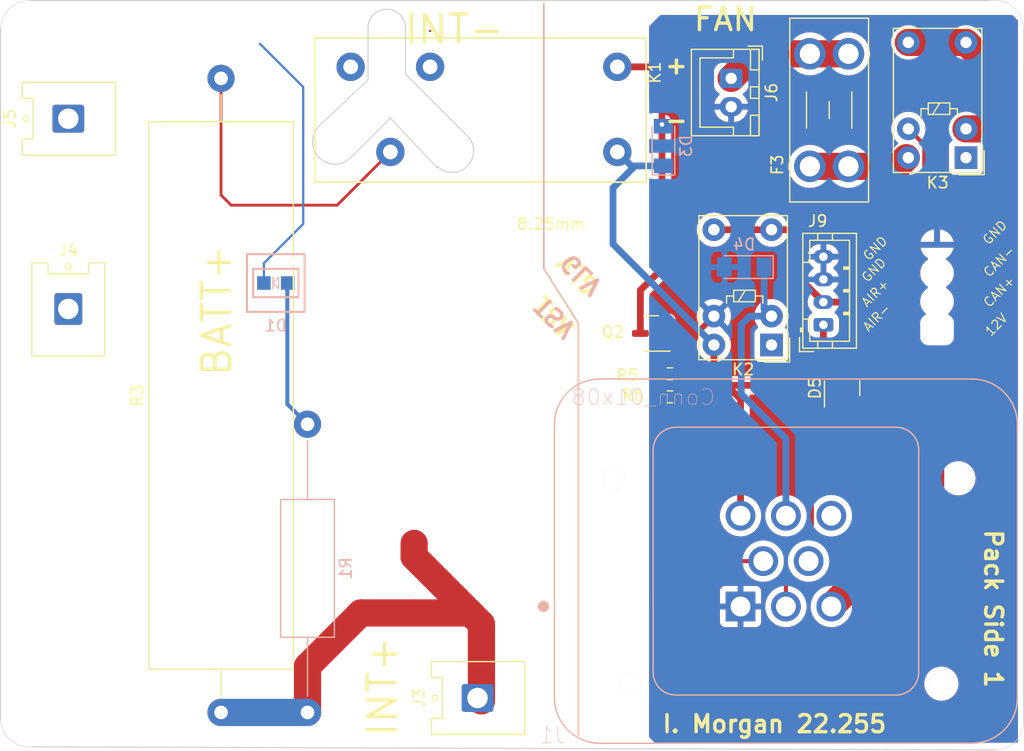
<source format=kicad_pcb>
(kicad_pcb (version 20211014) (generator pcbnew)
  (layers (0 "F.Cu" signal) (31 "B.Cu" signal) (34 "B.Paste" user) (35 "F.Paste" user) (36 "B.SilkS" user "B.Silkscreen") (37 "F.SilkS" user "F.Silkscreen") (38 "B.Mask" user) (39 "F.Mask" user) (44 "Edge.Cuts" user))
  (net 0 "")
  (net 1 "/INT-")
  (net 2 "Net-(D1-Pad2)")
  (net 3 "Net-(D3-Pad2)")
  (net 4 "/MAIN_CONT")
  (net 5 "GND")
  (net 6 "/AIR_B+")
  (net 7 "unconnected-(J1-Pad8)")
  (net 9 "/B+")
  (net 10 "+12V")
  (net 11 "/PRECHARGE")
  (net 12 "/AIR_B-")
  (net 13 "/INT+")
  (net 14 "Net-(K1-Pad5)")
  (net 16 "Net-(Q2-Pad1)")
  (net 17 "Net-(F3-Pad2)")
  (net 18 "/FAN_OUT")
  (net 19 "/BMS_FAN")
  (footprint "Connector_JST:JST_PH_B4B-PH-K_1x04_P2.00mm_Vertical" (layer "F.Cu") (at 186.182 78.105 90)
    (fp_text reference "J9" (at 9.144 -0.508) (layer "F.SilkS"))
    (fp_text value "JST PH")
    (fp_line (start -2.36 -2.11) (end -2.36 -0.86) (layer "F.SilkS") (width 0.12))
    (fp_line (start 8.06 0.8) (end 7.45 0.8) (layer "F.SilkS") (width 0.12))
    (fp_line (start 0.5 -1.81) (end 0.5 -1.2) (layer "F.SilkS") (width 0.12))
    (fp_line (start 2.9 2.3) (end 2.9 1.8) (layer "F.SilkS") (width 0.12))
    (fp_line (start -0.3 -1.81) (end -0.3 -2.01) (layer "F.SilkS") (width 0.12))
    (fp_line (start 0.9 2.3) (end 0.9 1.8) (layer "F.SilkS") (width 0.12))
    (fp_line (start 8.06 -0.5) (end 7.45 -0.5) (layer "F.SilkS") (width 0.12))
    (fp_line (start -2.06 -0.5) (end -1.45 -0.5) (layer "F.SilkS") (width 0.12))
    (fp_line (start -0.3 -1.91) (end -0.6 -1.91) (layer "F.SilkS") (width 0.12))
    (fp_line (start 5 2.3) (end 5 1.8) (layer "F.SilkS") (width 0.12))
    (fp_line (start -0.3 -2.01) (end -0.6 -2.01) (layer "F.SilkS") (width 0.12))
    (fp_line (start -2.06 -1.81) (end -2.06 2.91) (layer "F.SilkS") (width 0.12))
    (fp_line (start 1 2.3) (end 1 1.8) (layer "F.SilkS") (width 0.12))
    (fp_line (start 3 2.3) (end 3 1.8) (layer "F.SilkS") (width 0.12))
    (fp_line (start -1.45 2.3) (end 7.45 2.3) (layer "F.SilkS") (width 0.12))
    (fp_line (start -0.6 -2.01) (end -0.6 -1.81) (layer "F.SilkS") (width 0.12))
    (fp_line (start 4.9 1.8) (end 5.1 1.8) (layer "F.SilkS") (width 0.12))
    (fp_line (start 7.45 -1.2) (end 5.5 -1.2) (layer "F.SilkS") (width 0.12))
    (fp_line (start 7.45 2.3) (end 7.45 -1.2) (layer "F.SilkS") (width 0.12))
    (fp_line (start 8.06 -1.81) (end -2.06 -1.81) (layer "F.SilkS") (width 0.12))
    (fp_line (start -1.45 -1.2) (end -1.45 2.3) (layer "F.SilkS") (width 0.12))
    (fp_line (start -2.06 2.91) (end 8.06 2.91) (layer "F.SilkS") (width 0.12))
    (fp_line (start 3.1 1.8) (end 3.1 2.3) (layer "F.SilkS") (width 0.12))
    (fp_line (start -2.06 0.8) (end -1.45 0.8) (layer "F.SilkS") (width 0.12))
    (fp_line (start 8.06 2.91) (end 8.06 -1.81) (layer "F.SilkS") (width 0.12))
    (fp_line (start 5.5 -1.2) (end 5.5 -1.81) (layer "F.SilkS") (width 0.12))
    (fp_line (start 4.9 2.3) (end 4.9 1.8) (layer "F.SilkS") (width 0.12))
    (fp_line (start 5.1 1.8) (end 5.1 2.3) (layer "F.SilkS") (width 0.12))
    (fp_line (start 0.9 1.8) (end 1.1 1.8) (layer "F.SilkS") (width 0.12))
    (fp_line (start 0.5 -1.2) (end -1.45 -1.2) (layer "F.SilkS") (width 0.12))
    (fp_line (start -1.11 -2.11) (end -2.36 -2.11) (layer "F.SilkS") (width 0.12))
    (fp_line (start 2.9 1.8) (end 3.1 1.8) (layer "F.SilkS") (width 0.12))
    (fp_line (start 1.1 1.8) (end 1.1 2.3) (layer "F.SilkS") (width 0.12))
    (pad "1" thru_hole roundrect locked (at 0 0 90) (size 1.2 1.75) (drill 0.75) (layers *.Cu *.Mask) (roundrect_rratio 0.2083333333) (net 12 "/AIR_B-"))
    (pad "2" thru_hole oval locked (at 2 0 90) (size 1.2 1.75) (drill 0.75) (layers *.Cu *.Mask) (net 6 "/AIR_B+"))
    (pad "3" thru_hole oval locked (at 4 0 90) (size 1.2 1.75) (drill 0.75) (layers *.Cu *.Mask) (net 5 "GND"))
    (pad "4" thru_hole oval locked (at 6 0 90) (size 1.2 1.75) (drill 0.75) (layers *.Cu *.Mask) (net 5 "GND"))
  )
  (footprint "Relay_THT:Relay_SPDT_Omron_G5V-1" (layer "F.Cu") (at 198.7495 63.3775 180)
    (fp_text reference "K3" (at 2.5 -2.2) (layer "F.SilkS"))
    (fp_text value "G5V-1")
    (fp_line (start 3.327 3.81) (end 1.422 3.81) (layer "F.SilkS") (width 0.12))
    (fp_line (start 0.762 3.683) (end 0.762 4.318) (layer "F.SilkS") (width 0.12))
    (fp_line (start 6.4 11.4) (end -1.4 11.4) (layer "F.SilkS") (width 0.12))
    (fp_line (start 1.422 4.826) (end 3.327 4.826) (layer "F.SilkS") (width 0.12))
    (fp_line (start -1.4 -1.3) (end 6.4 -1.3) (layer "F.SilkS") (width 0.12))
    (fp_line (start 3.962 4.318) (end 3.327 4.318) (layer "F.SilkS") (width 0.12))
    (fp_line (start 1.422 3.81) (end 1.422 4.826) (layer "F.SilkS") (width 0.12))
    (fp_line (start 2.946 3.81) (end 2.311 4.826) (layer "F.SilkS") (width 0.12))
    (fp_line (start -1.6 0.6) (end -1.6 -1.5) (layer "F.SilkS") (width 0.12))
    (fp_line (start 3.962 3.683) (end 3.962 4.318) (layer "F.SilkS") (width 0.12))
    (fp_line (start 6.4 -1.3) (end 6.4 11.4) (layer "F.SilkS") (width 0.12))
    (fp_line (start 0.762 4.318) (end 1.422 4.318) (layer "F.SilkS") (width 0.12))
    (fp_line (start -1.4 11.4) (end -1.4 -1.3) (layer "F.SilkS") (width 0.12))
    (fp_line (start 3.327 3.81) (end 3.327 4.826) (layer "F.SilkS") (width 0.12))
    (fp_line (start -1.6 -1.5) (end 0.6 -1.5) (layer "F.SilkS") (width 0.12))
    (pad "1" thru_hole rect locked (at 0 0 180) (size 2 2) (drill 1) (layers *.Cu *.Mask))
    (pad "2" thru_hole circle locked (at 0 2.54 180) (size 2 2) (drill 1) (layers *.Cu *.Mask) (net 10 "+12V"))
    (pad "5" thru_hole circle locked (at 0 10.16 180) (size 2 2) (drill 1) (layers *.Cu *.Mask) (net 10 "+12V"))
    (pad "6" thru_hole circle locked (at 5.08 10.16 180) (size 2 2) (drill 1) (layers *.Cu *.Mask) (net 10 "+12V"))
    (pad "9" thru_hole circle locked (at 5.08 2.54 180) (size 2 2) (drill 1) (layers *.Cu *.Mask) (net 19 "/BMS_FAN"))
    (pad "10" thru_hole circle locked (at 5.08 0 180) (size 2 2) (drill 1) (layers *.Cu *.Mask) (net 18 "/FAN_OUT"))
  )
  (footprint "AERO_Footprints:G2RL" (layer "F.Cu") (at 155.321 59.182 180)
    (fp_text reference "K1" (at -16.002 3.302 90) (layer "F.SilkS"))
    (fp_text value "G2RL")
    (fp_line (start -15.24 -6.35) (end 13.97 -6.35) (layer "F.SilkS") (width 0.15))
    (fp_line (start 13.97 -6.35) (end 13.97 6.35) (layer "F.SilkS") (width 0.15))
    (fp_line (start -15.24 6.35) (end -15.24 -6.35) (layer "F.SilkS") (width 0.15))
    (fp_line (start 13.97 6.35) (end -15.24 6.35) (layer "F.SilkS") (width 0.15))
    (pad "1" thru_hole circle locked (at 3.8 3.81 180) (size 2.5 2.5) (drill 1.3) (layers *.Cu *.Mask) (net 1 "/INT-"))
    (pad "2" thru_hole circle locked (at -12.7 -3.69 180) (size 2.5 2.5) (drill 1.3) (layers *.Cu *.Mask) (net 12 "/AIR_B-"))
    (pad "5" thru_hole circle locked (at 7.3 -3.69 180) (size 2.5 2.5) (drill 1.3) (layers *.Cu *.Mask) (net 14 "Net-(K1-Pad5)"))
    (pad "9" thru_hole circle locked (at -12.7 3.81 180) (size 2.5 2.5) (drill 1.3) (layers *.Cu *.Mask) (net 3 "Net-(D3-Pad2)"))
    (pad "10" thru_hole circle locked (at 10.8 3.81 180) (size 2.5 2.5) (drill 1.3) (layers *.Cu *.Mask) (net 9 "/B+"))
  )
  (footprint "AERO_Footprints:Fuseholder_Blade_Mini_Keystone_3568" (layer "F.Cu") (at 184.99 64.142 90)
    (fp_text reference "F3" (at 0.134 -2.872 90) (layer "F.SilkS"))
    (fp_text value "Fuse")
    (fp_line (start 6.56 3.7) (end 3.36 3.7) (layer "F.SilkS") (width 0.12))
    (fp_line (start 13.06 -1.77) (end -3.14 -1.77) (layer "F.SilkS") (width 0.12))
    (fp_line (start 3.36 -0.3) (end 6.56 -0.3) (layer "F.SilkS") (width 0.12))
    (fp_line (start -3.14 5.17) (end 13.06 5.17) (layer "F.SilkS") (width 0.12))
    (fp_line (start 4.21 1.7) (end 5.71 1.7) (layer "F.SilkS") (width 0.12))
    (fp_line (start -3.14 -1.77) (end -3.14 5.17) (layer "F.SilkS") (width 0.12))
    (fp_line (start 13.06 5.17) (end 13.06 -1.77) (layer "F.SilkS") (width 0.12))
    (pad "1" thru_hole circle locked (at 0 3.4 90) (size 2.78 2.78) (drill 1.78) (layers *.Cu *.Mask) (net 18 "/FAN_OUT"))
    (pad "1" thru_hole circle locked (at 0 0 90) (size 2.78 2.78) (drill 1.78) (layers *.Cu *.Mask) (net 18 "/FAN_OUT"))
    (pad "2" thru_hole circle locked (at 9.92 0 90) (size 2.78 2.78) (drill 1.78) (layers *.Cu *.Mask) (net 17 "Net-(F3-Pad2)"))
    (pad "2" thru_hole circle locked (at 9.92 3.4 90) (size 2.78 2.78) (drill 1.78) (layers *.Cu *.Mask) (net 17 "Net-(F3-Pad2)"))
  )
  (footprint "Connector_Hirose:Hirose_DF63M-1P-3.96DSA_1x01_P3.96mm_Vertical" (layer "F.Cu") (at 155.702 110.998 90)
    (fp_text reference "J3" (at 0 -5.15 90) (layer "F.SilkS"))
    (fp_text value "Conn_01x01")
    (fp_line (start 0 4.16) (end 3.21 4.16) (layer "F.SilkS") (width 0.12))
    (fp_line (start 3.21 4.16) (end 3.21 -4.06) (layer "F.SilkS") (width 0.12))
    (fp_line (start 1.79 -4.06) (end 1.79 -3.11) (layer "F.SilkS") (width 0.12))
    (fp_line (start 3.21 -4.06) (end 1.79 -4.06) (layer "F.SilkS") (width 0.12))
    (fp_line (start 1.79 -3.11) (end 0 -3.11) (layer "F.SilkS") (width 0.12))
    (fp_line (start -3.21 -4.06) (end -1.79 -4.06) (layer "F.SilkS") (width 0.12))
    (fp_line (start 0 4.16) (end -3.21 4.16) (layer "F.SilkS") (width 0.12))
    (fp_line (start -1.79 -3.11) (end 0 -3.11) (layer "F.SilkS") (width 0.12))
    (fp_line (start -1.79 -4.06) (end -1.79 -3.11) (layer "F.SilkS") (width 0.12))
    (fp_line (start -3.21 4.16) (end -3.21 -4.06) (layer "F.SilkS") (width 0.12))
    (fp_circle (center 0 -3.75) (end 0.25 -3.75) (layer "F.SilkS") (width 0.12) (fill none))
    (pad "" np_thru_hole circle locked (at -1.5 3.25 90) (size 1.6 1.6) (drill 1.6) (layers *.Cu *.Mask))
    (pad "1" thru_hole roundrect locked (at 0 0 90) (size 2.46 2.8) (drill 1.8) (layers *.Cu *.Mask) (roundrect_rratio 0.1016260163) (net 13 "/INT+"))
  )
  (footprint "Package_TO_SOT_SMD:SOT-23" (layer "F.Cu") (at 170.9905 78.867 180)
    (fp_text reference "Q2" (at 3.3505 0.127) (layer "F.SilkS"))
    (fp_text value "MMBT2222A")
    (fp_line (start 0 -1.56) (end -1.675 -1.56) (layer "F.SilkS") (width 0.12))
    (fp_line (start 0 -1.56) (end 0.65 -1.56) (layer "F.SilkS") (width 0.12))
    (fp_line (start 0 1.56) (end -0.65 1.56) (layer "F.SilkS") (width 0.12))
    (fp_line (start 0 1.56) (end 0.65 1.56) (layer "F.SilkS") (width 0.12))
    (pad "1" smd roundrect locked (at -0.9375 -0.95 180) (size 1.475 0.6) (layers "F.Cu" "F.Paste" "F.Mask") (net 16 "Net-(Q2-Pad1)"))
    (pad "2" smd roundrect locked (at -0.9375 0.95 180) (size 1.475 0.6) (layers "F.Cu" "F.Paste" "F.Mask") (net 5 "GND"))
    (pad "3" smd roundrect locked (at 0.9375 0 180) (size 1.475 0.6) (layers "F.Cu" "F.Paste" "F.Mask") (net 3 "Net-(D3-Pad2)"))
  )
  (footprint "Connector_JST:JST_XH_B2B-XH-A_1x02_P2.50mm_Vertical" (layer "F.Cu") (at 178.054 56.388 -90)
    (fp_text reference "J6" (at 1.25 -3.55 90) (layer "F.SilkS"))
    (fp_text value "Conn_01x02")
    (fp_line (start -2.55 -1.7) (end -0.75 -1.7) (layer "F.SilkS") (width 0.12))
    (fp_line (start -0.75 -2.45) (end -2.55 -2.45) (layer "F.SilkS") (width 0.12))
    (fp_line (start 5.06 -2.46) (end -2.56 -2.46) (layer "F.SilkS") (width 0.12))
    (fp_line (start -0.75 -1.7) (end -0.75 -2.45) (layer "F.SilkS") (width 0.12))
    (fp_line (start -1.8 2.75) (end 1.25 2.75) (layer "F.SilkS") (width 0.12))
    (fp_line (start -1.6 -2.75) (end -2.85 -2.75) (layer "F.SilkS") (width 0.12))
    (fp_line (start 0.75 -2.45) (end 0.75 -1.7) (layer "F.SilkS") (width 0.12))
    (fp_line (start 5.06 3.51) (end 5.06 -2.46) (layer "F.SilkS") (width 0.12))
    (fp_line (start 5.05 -1.7) (end 5.05 -2.45) (layer "F.SilkS") (width 0.12))
    (fp_line (start 1.75 -1.7) (end 1.75 -2.45) (layer "F.SilkS") (width 0.12))
    (fp_line (start 1.75 -2.45) (end 0.75 -2.45) (layer "F.SilkS") (width 0.12))
    (fp_line (start 4.3 2.75) (end 1.25 2.75) (layer "F.SilkS") (width 0.12))
    (fp_line (start -2.55 -2.45) (end -2.55 -1.7) (layer "F.SilkS") (width 0.12))
    (fp_line (start 0.75 -1.7) (end 1.75 -1.7) (layer "F.SilkS") (width 0.12))
    (fp_line (start 5.05 -0.2) (end 4.3 -0.2) (layer "F.SilkS") (width 0.12))
    (fp_line (start 5.05 -2.45) (end 3.25 -2.45) (layer "F.SilkS") (width 0.12))
    (fp_line (start -2.56 3.51) (end 5.06 3.51) (layer "F.SilkS") (width 0.12))
    (fp_line (start -2.56 -2.46) (end -2.56 3.51) (layer "F.SilkS") (width 0.12))
    (fp_line (start 3.25 -2.45) (end 3.25 -1.7) (layer "F.SilkS") (width 0.12))
    (fp_line (start 3.25 -1.7) (end 5.05 -1.7) (layer "F.SilkS") (width 0.12))
    (fp_line (start -2.85 -2.75) (end -2.85 -1.5) (layer "F.SilkS") (width 0.12))
    (fp_line (start -2.55 -0.2) (end -1.8 -0.2) (layer "F.SilkS") (width 0.12))
    (fp_line (start 4.3 -0.2) (end 4.3 2.75) (layer "F.SilkS") (width 0.12))
    (fp_line (start -1.8 -0.2) (end -1.8 2.75) (layer "F.SilkS") (width 0.12))
    (pad "1" thru_hole roundrect locked (at 0 0 270) (size 1.7 2) (drill 1) (layers *.Cu *.Mask) (roundrect_rratio 0.1470588235) (net 17 "Net-(F3-Pad2)"))
    (pad "2" thru_hole oval locked (at 2.5 0 270) (size 1.7 2) (drill 1) (layers *.Cu *.Mask) (net 5 "GND"))
  )
  (footprint "Resistor_SMD:R_0603_1608Metric" (layer "F.Cu") (at 172.656 82.423)
    (fp_text reference "R5" (at -3.746 0.127) (layer "F.SilkS"))
    (fp_text value "10k")
    (fp_line (start -0.237258 -0.5225) (end 0.237258 -0.5225) (layer "F.SilkS") (width 0.12))
    (fp_line (start -0.237258 0.5225) (end 0.237258 0.5225) (layer "F.SilkS") (width 0.12))
    (pad "1" smd roundrect locked (at -0.825 0) (size 0.8 0.95) (layers "F.Cu" "F.Paste" "F.Mask") (net 16 "Net-(Q2-Pad1)"))
    (pad "2" smd roundrect locked (at 0.825 0) (size 0.8 0.95) (layers "F.Cu" "F.Paste" "F.Mask") (net 11 "/PRECHARGE"))
  )
  (footprint "Resistor_THT:R_Axial_Power_L48.0mm_W12.5mm_P55.88mm" (layer "F.Cu") (at 133.096 112.268 90)
    (fp_text reference "R3" (at 27.94 -7.37 90) (layer "F.SilkS"))
    (fp_text value "500")
    (fp_line (start 52.06 6.37) (end 52.06 -6.37) (layer "F.SilkS") (width 0.12))
    (fp_line (start 3.82 6.37) (end 52.06 6.37) (layer "F.SilkS") (width 0.12))
    (fp_line (start 1.44 0) (end 3.82 0) (layer "F.SilkS") (width 0.12))
    (fp_line (start 52.06 -6.37) (end 3.82 -6.37) (layer "F.SilkS") (width 0.12))
    (fp_line (start 54.44 0) (end 52.06 0) (layer "F.SilkS") (width 0.12))
    (fp_line (start 3.82 -6.37) (end 3.82 6.37) (layer "F.SilkS") (width 0.12))
    (pad "1" thru_hole circle (at 0 0 90) (size 2.4 2.4) (drill 1.2) (layers *.Cu *.Mask) (net 13 "/INT+"))
    (pad "2" thru_hole oval (at 55.88 0 90) (size 2.4 2.4) (drill 1.2) (layers *.Cu *.Mask) (net 14 "Net-(K1-Pad5)"))
  )
  (footprint "Connector_Hirose:Hirose_DF63M-1P-3.96DSA_1x01_P3.96mm_Vertical" (layer "F.Cu") (at 119.634 76.708)
    (fp_text reference "J4" (at 0 -5.15) (layer "F.SilkS"))
    (fp_text value "Conn_01x01")
    (fp_line (start 0 4.16) (end 3.21 4.16) (layer "F.SilkS") (width 0.12))
    (fp_line (start -1.79 -3.11) (end 0 -3.11) (layer "F.SilkS") (width 0.12))
    (fp_line (start 0 4.16) (end -3.21 4.16) (layer "F.SilkS") (width 0.12))
    (fp_line (start 3.21 -4.06) (end 1.79 -4.06) (layer "F.SilkS") (width 0.12))
    (fp_line (start -1.79 -4.06) (end -1.79 -3.11) (layer "F.SilkS") (width 0.12))
    (fp_line (start 1.79 -4.06) (end 1.79 -3.11) (layer "F.SilkS") (width 0.12))
    (fp_line (start 1.79 -3.11) (end 0 -3.11) (layer "F.SilkS") (width 0.12))
    (fp_line (start 3.21 4.16) (end 3.21 -4.06) (layer "F.SilkS") (width 0.12))
    (fp_line (start -3.21 -4.06) (end -1.79 -4.06) (layer "F.SilkS") (width 0.12))
    (fp_line (start -3.21 4.16) (end -3.21 -4.06) (layer "F.SilkS") (width 0.12))
    (fp_circle (center 0 -3.75) (end 0.25 -3.75) (layer "F.SilkS") (width 0.12) (fill none))
    (pad "" np_thru_hole circle locked (at -1.5 3.25) (size 1.6 1.6) (drill 1.6) (layers *.Cu *.Mask))
    (pad "1" thru_hole roundrect locked (at 0 0) (size 2.46 2.8) (drill 1.8) (layers *.Cu *.Mask) (roundrect_rratio 0.1016260163) (net 9 "/B+"))
  )
  (footprint "Package_TO_SOT_SMD:SOT-23" (layer "F.Cu") (at 187.833 83.693 90)
    (fp_text reference "D5" (at 0 -2.4 90) (layer "F.SilkS"))
    (fp_text value "MMBZxx")
    (fp_line (start 0 -1.56) (end -1.675 -1.56) (layer "F.SilkS") (width 0.12))
    (fp_line (start 0 1.56) (end 0.65 1.56) (layer "F.SilkS") (width 0.12))
    (fp_line (start 0 -1.56) (end 0.65 -1.56) (layer "F.SilkS") (width 0.12))
    (fp_line (start 0 1.56) (end -0.65 1.56) (layer "F.SilkS") (width 0.12))
    (pad "1" smd roundrect locked (at -0.9375 -0.95 90) (size 1.475 0.6) (layers "F.Cu" "F.Paste" "F.Mask") (net 12 "/AIR_B-"))
    (pad "2" smd roundrect locked (at -0.9375 0.95 90) (size 1.475 0.6) (layers "F.Cu" "F.Paste" "F.Mask") (net 6 "/AIR_B+"))
    (pad "3" smd roundrect locked (at 0.9375 0 90) (size 1.475 0.6) (layers "F.Cu" "F.Paste" "F.Mask") (net 5 "GND"))
  )
  (footprint "Connector_Hirose:Hirose_DF63M-1P-3.96DSA_1x01_P3.96mm_Vertical" (layer "F.Cu") (at 119.634 59.944 90)
    (fp_text reference "J5" (at 0 -5.15 90) (layer "F.SilkS"))
    (fp_text value "Conn_01x01")
    (fp_line (start -1.79 -4.06) (end -1.79 -3.11) (layer "F.SilkS") (width 0.12))
    (fp_line (start 1.79 -4.06) (end 1.79 -3.11) (layer "F.SilkS") (width 0.12))
    (fp_line (start 3.21 -4.06) (end 1.79 -4.06) (layer "F.SilkS") (width 0.12))
    (fp_line (start -3.21 4.16) (end -3.21 -4.06) (layer "F.SilkS") (width 0.12))
    (fp_line (start -3.21 -4.06) (end -1.79 -4.06) (layer "F.SilkS") (width 0.12))
    (fp_line (start 0 4.16) (end 3.21 4.16) (layer "F.SilkS") (width 0.12))
    (fp_line (start 0 4.16) (end -3.21 4.16) (layer "F.SilkS") (width 0.12))
    (fp_line (start -1.79 -3.11) (end 0 -3.11) (layer "F.SilkS") (width 0.12))
    (fp_line (start 1.79 -3.11) (end 0 -3.11) (layer "F.SilkS") (width 0.12))
    (fp_line (start 3.21 4.16) (end 3.21 -4.06) (layer "F.SilkS") (width 0.12))
    (fp_circle (center 0 -3.75) (end 0.25 -3.75) (layer "F.SilkS") (width 0.12) (fill none))
    (pad "" np_thru_hole circle locked (at -1.5 3.25 90) (size 1.6 1.6) (drill 1.6) (layers *.Cu *.Mask))
    (pad "1" thru_hole roundrect locked (at 0 0 90) (size 2.46 2.8) (drill 1.8) (layers *.Cu *.Mask) (roundrect_rratio 0.1016260163) (net 1 "/INT-"))
  )
  (footprint "Resistor_SMD:R_0603_1608Metric" (layer "F.Cu") (at 172.656 84.455)
    (fp_text reference "R6" (at -3.238 -0.127) (layer "F.SilkS"))
    (fp_text value "2k")
    (fp_line (start -0.237258 -0.5225) (end 0.237258 -0.5225) (layer "F.SilkS") (width 0.12))
    (fp_line (start -0.237258 0.5225) (end 0.237258 0.5225) (layer "F.SilkS") (width 0.12))
    (pad "1" smd roundrect locked (at -0.825 0) (size 0.8 0.95) (layers "F.Cu" "F.Paste" "F.Mask") (net 5 "GND"))
    (pad "2" smd roundrect locked (at 0.825 0) (size 0.8 0.95) (layers "F.Cu" "F.Paste" "F.Mask") (net 11 "/PRECHARGE"))
  )
  (footprint "Relay_THT:Relay_SPDT_Omron_G5V-1" (layer "F.Cu") (at 181.61 79.883 180)
    (fp_text reference "K2" (at 2.5 -2.159) (layer "F.SilkS"))
    (fp_text value "G5V-1")
    (fp_line (start -1.6 -1.5) (end 0.6 -1.5) (layer "F.SilkS") (width 0.12))
    (fp_line (start 0.762 3.683) (end 0.762 4.318) (layer "F.SilkS") (width 0.12))
    (fp_line (start 3.962 3.683) (end 3.962 4.318) (layer "F.SilkS") (width 0.12))
    (fp_line (start -1.4 -1.3) (end 6.4 -1.3) (layer "F.SilkS") (width 0.12))
    (fp_line (start 1.422 4.826) (end 3.327 4.826) (layer "F.SilkS") (width 0.12))
    (fp_line (start 6.4 11.4) (end -1.4 11.4) (layer "F.SilkS") (width 0.12))
    (fp_line (start 3.327 3.81) (end 1.422 3.81) (layer "F.SilkS") (width 0.12))
    (fp_line (start 6.4 -1.3) (end 6.4 11.4) (layer "F.SilkS") (width 0.12))
    (fp_line (start -1.6 0.6) (end -1.6 -1.5) (layer "F.SilkS") (width 0.12))
    (fp_line (start 2.946 3.81) (end 2.311 4.826) (layer "F.SilkS") (width 0.12))
    (fp_line (start 1.422 3.81) (end 1.422 4.826) (layer "F.SilkS") (width 0.12))
    (fp_line (start 0.762 4.318) (end 1.422 4.318) (layer "F.SilkS") (width 0.12))
    (fp_line (start 3.327 3.81) (end 3.327 4.826) (layer "F.SilkS") (width 0.12))
    (fp_line (start -1.4 11.4) (end -1.4 -1.3) (layer "F.SilkS") (width 0.12))
    (fp_line (start 3.962 4.318) (end 3.327 4.318) (layer "F.SilkS") (width 0.12))
    (pad "1" thru_hole rect locked (at 0 0 180) (size 2 2) (drill 1) (layers *.Cu *.Mask))
    (pad "2" thru_hole circle locked (at 0 2.54 180) (size 2 2) (drill 1) (layers *.Cu *.Mask) (net 4 "/MAIN_CONT"))
    (pad "5" thru_hole circle locked (at 0 10.16 180) (size 2 2) (drill 1) (layers *.Cu *.Mask) (net 6 "/AIR_B+"))
    (pad "6" thru_hole circle locked (at 5.08 10.16 180) (size 2 2) (drill 1) (layers *.Cu *.Mask) (net 6 "/AIR_B+"))
    (pad "9" thru_hole circle locked (at 5.08 2.54 180) (size 2 2) (drill 1) (layers *.Cu *.Mask) (net 5 "GND"))
    (pad "10" thru_hole circle locked (at 5.08 0 180) (size 2 2) (drill 1) (layers *.Cu *.Mask) (net 12 "/AIR_B-"))
  )
  (footprint "Diode_SMD:D_MiniMELF" (layer "B.Cu") (at 172.085 62.35 90)
    (fp_text reference "D3" (at 0 2 90) (layer "B.SilkS") (effects (justify mirror)))
    (fp_text value "1N4148")
    (fp_line (start -2.55 -1) (end 1.75 -1) (layer "B.SilkS") (width 0.12))
    (fp_line (start 1.75 1) (end -2.55 1) (layer "B.SilkS") (width 0.12))
    (fp_line (start -2.55 1) (end -2.55 -1) (layer "B.SilkS") (width 0.12))
    (pad "1" smd rect locked (at -1.75 0 90) (size 1.3 1.7) (layers "B.Cu" "B.Paste" "B.Mask") (net 12 "/AIR_B-"))
    (pad "2" smd rect locked (at 1.75 0 90) (size 1.3 1.7) (layers "B.Cu" "B.Paste" "B.Mask") (net 3 "Net-(D3-Pad2)"))
  )
  (footprint "Diode_SMD:D_MiniMELF" (layer "B.Cu") (at 179.2025 73.0205 180)
    (fp_text reference "D4" (at 0 2) (layer "B.SilkS") (effects (justify mirror)))
    (fp_text value "1N4148")
    (fp_line (start -2.55 1) (end -2.55 -1) (layer "B.SilkS") (width 0.12))
    (fp_line (start 1.75 1) (end -2.55 1) (layer "B.SilkS") (width 0.12))
    (fp_line (start -2.55 -1) (end 1.75 -1) (layer "B.SilkS") (width 0.12))
    (pad "1" smd rect locked (at -1.75 0 180) (size 1.3 1.7) (layers "B.Cu" "B.Paste" "B.Mask") (net 4 "/MAIN_CONT"))
    (pad "2" smd rect locked (at 1.75 0 180) (size 1.3 1.7) (layers "B.Cu" "B.Paste" "B.Mask") (net 5 "GND"))
  )
  (footprint "AERO_Footprints:TE_1-776276-1_8pin_Vertical" (layer "B.Cu") (at 182.88 98.933)
    (fp_text reference "J1" (at -20.574 15.367) (layer "B.SilkS") (effects (font (size 1.40074 1.40074) (thickness 0.05)) (justify mirror)))
    (fp_text value "Conn_01x08" (at -12.5639 -14.4485) (layer "B.SilkS") (effects (font (size 1.40099 1.40099) (thickness 0.05)) (justify mirror)))
    (fp_line (start 11.7 9.8) (end 11.7 -9.8) (layer "B.SilkS") (width 0.127))
    (fp_line (start 16.4 16.05) (end -16.4 16.05) (layer "B.SilkS") (width 0.127))
    (fp_line (start 9.7 -11.8) (end -9.7 -11.8) (layer "B.SilkS") (width 0.127))
    (fp_line (start -16.4 -16.05) (end 16.4 -16.05) (layer "B.SilkS") (width 0.127))
    (fp_line (start -20.4 12.05) (end -20.4 -12.05) (layer "B.SilkS") (width 0.127))
    (fp_line (start 20.4 -12.05) (end 20.4 12.05) (layer "B.SilkS") (width 0.127))
    (fp_line (start -9.7 11.8) (end 9.7 11.8) (layer "B.SilkS") (width 0.127))
    (fp_line (start -11.7 -9.8) (end -11.7 9.8) (layer "B.SilkS") (width 0.127))
    (fp_arc (start -11.7 -9.8) (mid -11.114214 -11.214214) (end -9.7 -11.8) (layer "B.SilkS") (width 0.127))
    (fp_arc (start -20.4 -12.05) (mid -19.228427 -14.878427) (end -16.4 -16.05) (layer "B.SilkS") (width 0.127))
    (fp_arc (start 16.4 -16.05) (mid 19.228427 -14.878427) (end 20.4 -12.05) (layer "B.SilkS") (width 0.127))
    (fp_arc (start 9.7 -11.8) (mid 11.114214 -11.214214) (end 11.7 -9.8) (layer "B.SilkS") (width 0.127))
    (fp_arc (start 11.7 9.8) (mid 11.114214 11.214214) (end 9.7 11.8) (layer "B.SilkS") (width 0.127))
    (fp_arc (start 20.4 12.05) (mid 19.228427 14.878427) (end 16.4 16.05) (layer "B.SilkS") (width 0.127))
    (fp_arc (start -9.7 11.8) (mid -11.114214 11.214214) (end -11.7 9.8) (layer "B.SilkS") (width 0.127))
    (fp_arc (start -16.4 16.05) (mid -19.228427 14.878427) (end -20.4 12.05) (layer "B.SilkS") (width 0.127))
    (fp_circle (center -21.365 4) (end -21.115 4) (layer "B.SilkS") (width 0.5) (fill none))
    (pad "" np_thru_hole circle locked (at 13.7 10.8) (size 2 2) (drill 2) (layers *.Cu *.Mask "B.SilkS"))
    (pad "" np_thru_hole circle locked (at -15.2 -7.3) (size 2 2) (drill 2) (layers *.Cu *.Mask "B.SilkS"))
    (pad "" np_thru_hole circle locked (at 15.2 -7.3) (size 2 2) (drill 2) (layers *.Cu *.Mask "B.SilkS"))
    (pad "" np_thru_hole circle locked (at -13.7 10.8) (size 2 2) (drill 2) (layers *.Cu *.Mask "B.SilkS"))
    (pad "1" thru_hole rect locked (at -4 4) (size 2.625 2.625) (drill 1.75) (layers *.Cu *.Mask) (net 5 "GND"))
    (pad "2" thru_hole circle locked (at 0 4) (size 2.625 2.625) (drill 1.75) (layers *.Cu *.Mask) (net 19 "/BMS_FAN"))
    (pad "3" thru_hole circle locked (at 4 4) (size 2.625 2.625) (drill 1.75) (layers *.Cu *.Mask) (net 10 "+12V"))
    (pad "4" thru_hole circle locked (at -2 0) (size 2.625 2.625) (drill 1.75) (layers *.Cu *.Mask) (net 11 "/PRECHARGE"))
    (pad "5" thru_hole circle locked (at 2 0) (size 2.625 2.625) (drill 1.75) (layers *.Cu *.Mask))
    (pad "6" thru_hole circle locked (at -4 -4) (size 2.625 2.625) (drill 1.75) (layers *.Cu *.Mask) (net 12 "/AIR_B-"))
    (pad "7" thru_hole circle locked (at 0 -4) (size 2.625 2.625) (drill 1.75) (layers *.Cu *.Mask) (net 4 "/MAIN_CONT"))
    (pad "8" thru_hole circle locked (at 4 -4) (size 2.625 2.625) (drill 1.75) (layers *.Cu *.Mask) (net 7 "unconnected-(J1-Pad8)"))
  )
  (footprint "Resistor_THT:R_Axial_DIN0414_L11.9mm_D4.5mm_P25.40mm_Horizontal" (layer "B.Cu") (at 140.716 112.268 90)
    (fp_text reference "R1" (at 12.7 3.37 90) (layer "B.SilkS") (effects (justify mirror)))
    (fp_text value "1.5k")
    (fp_line (start 18.77 -2.37) (end 18.77 2.37) (layer "B.SilkS") (width 0.12))
    (fp_line (start 6.63 2.37) (end 6.63 -2.37) (layer "B.SilkS") (width 0.12))
    (fp_line (start 1.44 0) (end 6.63 0) (layer "B.SilkS") (width 0.12))
    (fp_line (start 18.77 2.37) (end 6.63 2.37) (layer "B.SilkS") (width 0.12))
    (fp_line (start 6.63 -2.37) (end 18.77 -2.37) (layer "B.SilkS") (width 0.12))
    (fp_line (start 23.96 0) (end 18.77 0) (layer "B.SilkS") (width 0.12))
    (pad "1" thru_hole circle locked (at 0 0 90) (size 2.4 2.4) (drill 1.2) (layers *.Cu *.Mask) (net 13 "/INT+"))
    (pad "2" thru_hole oval locked (at 25.4 0 90) (size 2.4 2.4) (drill 1.2) (layers *.Cu *.Mask) (net 2 "Net-(D1-Pad2)"))
  )
  (footprint "AERO_Footprints:LPA-C011301S-x LED 0805 LIGHT PIPE SINGLE VERT SMD" (layer "B.Cu") (at 137.922 74.422)
    (fp_text reference "D1" (at 0 3.75 180) (layer "B.SilkS") (effects (justify mirror)))
    (fp_text value "LED")
    (fp_line (start -2 -1.25) (end -2 1.25) (layer "B.SilkS") (width 0.18))
    (fp_line (start 2 -1.25) (end -2 -1.25) (layer "B.SilkS") (width 0.18))
    (fp_line (start -2 1.25) (end 2 1.25) (layer "B.SilkS") (width 0.18))
    (fp_line (start 2.54 2.54) (end 2.54 -2.54) (layer "B.SilkS") (width 0.18))
    (fp_line (start -0.25 0) (end 0.25 0.5) (layer "B.SilkS") (width 0.1))
    (fp_line (start -2.54 -2.54) (end -2.54 2.54) (layer "B.SilkS") (width 0.18))
    (fp_line (start 2.54 -2.54) (end -2.54 -2.54) (layer "B.SilkS") (width 0.18))
    (fp_line (start 0.25 0.5) (end 0.25 -0.5) (layer "B.SilkS") (width 0.1))
    (fp_line (start -0.25 0.5) (end -0.25 -0.5) (layer "B.SilkS") (width 0.1))
    (fp_line (start 0.25 -0.5) (end -0.25 0) (layer "B.SilkS") (width 0.1))
    (fp_line (start 2 1.25) (end 2 -1.25) (layer "B.SilkS") (width 0.18))
    (fp_line (start -2.54 2.54) (end 2.54 2.54) (layer "B.SilkS") (width 0.18))
    (pad "" np_thru_hole circle locked (at 1.89 -1.89) (size 1 1) (drill 1) (layers *.Cu *.Mask))
    (pad "" np_thru_hole circle locked (at -1.89 1.89) (size 1 1) (drill 1) (layers *.Cu *.Mask))
    (pad "1" smd rect locked (at -1.05 0) (size 1.2 1.2) (layers "B.Cu" "B.Paste" "B.Mask") (net 1 "/INT-"))
    (pad "2" smd rect locked (at 1.05 0) (size 1.2 1.2) (layers "B.Cu" "B.Paste" "B.Mask") (net 2 "Net-(D1-Pad2)"))
  )
  (gr_line (start 161.544 73.152) (end 161.544 49.784) (layer "B.SilkS") (width 0.15))
  (gr_line (start 164.592 77.978) (end 164.592 114.3) (layer "B.SilkS") (width 0.15))
  (gr_line (start 164.592 77.978) (end 161.544 73.152) (layer "B.SilkS") (width 0.15))
  (gr_line (start 161.544 73.152) (end 161.544 49.784) (layer "F.SilkS") (width 0.15))
  (gr_line (start 164.592 77.978) (end 164.592 114.3) (layer "F.SilkS") (width 0.15))
  (gr_line (start 164.592 77.978) (end 161.544 73.152) (layer "F.SilkS") (width 0.15))
  (gr_line (start 144.526 63.373) (end 148.082 59.817) (layer "Edge.Cuts") (width 0.1))
  (gr_arc (start 154.812999 61.468001) (mid 154.812999 64.134999) (end 152.146001 64.134999) (layer "Edge.Cuts") (width 0.1))
  (gr_line (start 154.812999 61.468001) (end 149.352 56.007) (layer "Edge.Cuts") (width 0.1))
  (gr_arc (start 144.526 63.373) (mid 141.732 63.373) (end 141.732 60.579) (layer "Edge.Cuts") (width 0.1))
  (gr_arc (start 116.459 115.297949) (mid 114.553024 114.694257) (end 113.665 112.903) (layer "Edge.Cuts") (width 0.05))
  (gr_line (start 152.146 64.269) (end 148.082 59.951) (layer "Edge.Cuts") (width 0.1))
  (gr_line (start 200.914 49.53) (end 116.332 49.53) (layer "Edge.Cuts") (width 0.1))
  (gr_line (start 203.835 113.03) (end 203.835 52.07) (layer "Edge.Cuts") (width 0.1))
  (gr_arc (start 200.914 49.53) (mid 202.95315 50.134553) (end 203.835 52.07) (layer "Edge.Cuts") (width 0.05))
  (gr_arc (start 146.05 51.943) (mid 147.701 50.292) (end 149.352 51.943) (layer "Edge.Cuts") (width 0.1))
  (gr_line (start 149.352 56.007) (end 149.352 51.943) (layer "Edge.Cuts") (width 0.1))
  (gr_line (start 113.665 51.943) (end 113.665 112.903) (layer "Edge.Cuts") (width 0.1))
  (gr_line (start 141.732 60.579) (end 146.05 56.515) (layer "Edge.Cuts") (width 0.1))
  (gr_line (start 146.05 51.943) (end 146.05 56.515) (layer "Edge.Cuts") (width 0.1))
  (gr_arc (start 113.665 51.943) (mid 114.499678 50.185171) (end 116.332 49.53) (layer "Edge.Cuts") (width 0.05))
  (gr_line (start 116.459 115.297949) (end 201.295 115.57) (layer "Edge.Cuts") (width 0.1))
  (gr_arc (start 203.835 113.03) (mid 203.09105 114.82605) (end 201.295 115.57) (layer "Edge.Cuts") (width 0.05))
  (gr_text "GLV" (at 164.846 73.66 135) (layer "B.SilkS") (effects (font (size 1.5 1.5) (thickness 0.3)) (justify mirror)))
  (gr_text "TSV" (at 162.56 77.47 135) (layer "B.SilkS") (effects (font (size 1.5 1.5) (thickness 0.3)) (justify mirror)))
  (gr_text "CAN+" (at 201.676 75.184 45) (layer "F.SilkS") (effects (font (size 0.8 0.8) (thickness 0.1))))
  (gr_text "12V" (at 201.422 78.105 45) (layer "F.SilkS") (effects (font (size 0.8 0.8) (thickness 0.1))))
  (gr_text "AIR-" (at 190.881 77.47 45) (layer "F.SilkS") (effects (font (size 0.8 0.8) (thickness 0.1))))
  (gr_text "I. Morgan 22.255" (at 181.864 113.284) (layer "F.SilkS") (effects (font (size 1.5 1.5) (thickness 0.3))))
  (gr_text "INT-" (at 153.67 52.07) (layer "F.SilkS") (effects (font (size 2.5 2.5) (thickness 0.3))))
  (gr_text "AIR+" (at 190.754 75.311 45) (layer "F.SilkS") (effects (font (size 0.8 0.8) (thickness 0.1))))
  (gr_text "GLV" (at 164.592 73.66 135) (layer "F.SilkS") (effects (font (size 1.5 1.5) (thickness 0.3))))
  (gr_text "BATT+" (at 132.715 76.835 90) (layer "F.SilkS") (effects (font (size 2.5 2.5) (thickness 0.3))))
  (gr_text "GND" (at 190.627 73.279 45) (layer "F.SilkS") (effects (font (size 0.8 0.8) (thickness 0.1))))
  (gr_text "INT+" (at 147.32 109.982 90) (layer "F.SilkS") (effects (font (size 2.5 2.5) (thickness 0.3))))
  (gr_text "FAN" (at 177.546 51.181) (layer "F.SilkS") (effects (font (size 2 2) (thickness 0.3))))
  (gr_text "+\n\n-" (at 173.228 57.658) (layer "F.SilkS") (effects (font (size 1.5 1.5) (thickness 0.3))))
  (gr_text "Pack Side 1" (at 201.168 103.124 270) (layer "F.SilkS") (effects (font (size 1.5 1.5) (thickness 0.3))))
  (gr_text "GND" (at 190.754 71.374 45) (layer "F.SilkS") (effects (font (size 0.8 0.8) (thickness 0.1))))
  (gr_text "GND" (at 201.295 69.977 45) (layer "F.SilkS") (effects (font (size 0.8 0.8) (thickness 0.1))))
  (gr_text "CAN-\n" (at 201.676 72.517 45) (layer "F.SilkS") (effects (font (size 0.8 0.8) (thickness 0.1))))
  (gr_text "TSV" (at 162.306 77.47 315) (layer "F.SilkS") (effects (font (size 1.5 1.5) (thickness 0.3))))
  (gr_text "8.25mm " (at 162.56 69.215) (layer "F.SilkS") (effects (font (size 1 1))))
  (segment (start 151.521 52.207) (end 151.511 52.197) (width 0.2) (layer "F.Cu") (net 1))
  (segment (start 136.872 74.422) (end 136.872 72.678) (width 0.2) (layer "B.Cu") (net 1))
  (segment (start 140.335 57.15) (end 136.525 53.34) (width 0.2) (layer "B.Cu") (net 1))
  (segment (start 140.335 69.215) (end 140.335 57.15) (width 0.2) (layer "B.Cu") (net 1))
  (segment (start 136.872 72.678) (end 140.335 69.215) (width 0.2) (layer "B.Cu") (net 1))
  (segment (start 138.938 85.09) (end 140.716 86.868) (width 0.36) (layer "B.Cu") (net 2))
  (segment (start 138.938 74.563) (end 138.938 85.09) (width 0.36) (layer "B.Cu") (net 2))
  (segment (start 171.958 55.372) (end 171.958 60.452) (width 0.6) (layer "F.Cu") (net 3))
  (segment (start 171.958 60.452) (end 171.958 73.152) (width 0.6) (layer "F.Cu") (net 3))
  (segment (start 170.053 75.057) (end 170.053 78.867) (width 0.6) (layer "F.Cu") (net 3))
  (segment (start 171.958 55.372) (end 168.021 55.372) (width 0.6) (layer "F.Cu") (net 3))
  (segment (start 171.831 55.245) (end 171.958 55.372) (width 0.6) (layer "F.Cu") (net 3))
  (segment (start 171.958 73.152) (end 170.053 75.057) (width 0.6) (layer "F.Cu") (net 3))
  (via (at 171.958 60.452) (size 0.8) (drill 0.4) (layers "F.Cu" "B.Cu") (net 3))
  (segment (start 179.705 77.343) (end 178.943 78.105) (width 0.6) (layer "B.Cu") (net 4))
  (segment (start 182.88 88.138) (end 182.88 94.933) (width 0.6) (layer "B.Cu") (net 4))
  (segment (start 180.9525 73.0205) (end 180.9525 76.6855) (width 0.6) (layer "B.Cu") (net 4))
  (segment (start 180.9525 76.6855) (end 181.61 77.343) (width 0.6) (layer "B.Cu") (net 4))
  (segment (start 178.943 84.201) (end 182.88 88.138) (width 0.6) (layer "B.Cu") (net 4))
  (segment (start 178.943 78.105) (end 178.943 84.201) (width 0.6) (layer "B.Cu") (net 4))
  (segment (start 181.61 77.343) (end 179.705 77.343) (width 0.6) (layer "B.Cu") (net 4))
  (segment (start 184.023 70.739) (end 183.007 69.723) (width 0.6) (layer "F.Cu") (net 6))
  (segment (start 189.4355 84.6305) (end 190.881 83.185) (width 0.6) (layer "F.Cu") (net 6))
  (segment (start 183.007 69.723) (end 181.61 69.723) (width 0.6) (layer "F.Cu") (net 6))
  (segment (start 190.881 83.185) (end 190.881 77.851) (width 0.6) (layer "F.Cu") (net 6))
  (segment (start 181.61 69.723) (end 176.53 69.723) (width 0.6) (layer "F.Cu") (net 6))
  (segment (start 184.023 73.946) (end 186.182 76.105) (width 0.6) (layer "F.Cu") (net 6))
  (segment (start 188.783 84.6305) (end 189.4355 84.6305) (width 0.6) (layer "F.Cu") (net 6))
  (segment (start 189.135 76.105) (end 186.182 76.105) (width 0.6) (layer "F.Cu") (net 6))
  (segment (start 190.881 77.851) (end 189.135 76.105) (width 0.6) (layer "F.Cu") (net 6))
  (segment (start 184.023 70.739) (end 184.023 73.946) (width 0.6) (layer "F.Cu") (net 6))
  (segment (start 186.88 94.933) (end 187.654999 95.707999) (width 0.2) (layer "F.Cu") (net 7))
  (segment (start 201.676 56.144) (end 198.7495 53.2175) (width 2.4) (layer "F.Cu") (net 10))
  (segment (start 198.7495 53.2175) (end 193.6695 53.2175) (width 2.4) (layer "F.Cu") (net 10))
  (segment (start 201.676 61.504978) (end 201.008522 60.8375) (width 2.4) (layer "F.Cu") (net 10))
  (segment (start 201.676 77.570958) (end 201.676 61.504978) (width 2.4) (layer "F.Cu") (net 10))
  (segment (start 201.676 61.504978) (end 201.676 56.144) (width 2.4) (layer "F.Cu") (net 10))
  (segment (start 195.630479 94.182521) (end 195.630479 83.616479) (width 2.4) (layer "F.Cu") (net 10))
  (segment (start 201.008522 60.8375) (end 198.7495 60.8375) (width 2.4) (layer "F.Cu") (net 10))
  (segment (start 186.88 102.933) (end 195.630479 94.182521) (width 2.4) (layer "F.Cu") (net 10))
  (segment (start 195.630479 83.616479) (end 201.676 77.570958) (width 2.4) (layer "F.Cu") (net 10))
  (segment (start 173.355 84.581) (end 173.481 84.455) (width 0.36) (layer "F.Cu") (net 11))
  (segment (start 180.88 98.933) (end 176.403 98.933) (width 0.36) (layer "F.Cu") (net 11))
  (segment (start 173.355 95.885) (end 173.355 84.581) (width 0.36) (layer "F.Cu") (net 11))
  (segment (start 173.481 84.455) (end 173.481 82.423) (width 0.36) (layer "F.Cu") (net 11))
  (segment (start 176.403 98.933) (end 173.355 95.885) (width 0.36) (layer "F.Cu") (net 11))
  (segment (start 182.499 83.439) (end 183.769 83.439) (width 0.6) (layer "F.Cu") (net 12))
  (segment (start 177.673 83.439) (end 178.88 84.646) (width 0.6) (layer "F.Cu") (net 12))
  (segment (start 183.769 83.439) (end 184.9605 84.6305) (width 0.6) (layer "F.Cu") (net 12))
  (segment (start 184.9605 84.6305) (end 186.883 84.6305) (width 0.6) (layer "F.Cu") (net 12))
  (segment (start 176.53 82.296) (end 177.673 83.439) (width 0.6) (layer "F.Cu") (net 12))
  (segment (start 176.53 79.883) (end 176.53 82.296) (width 0.6) (layer "F.Cu") (net 12))
  (segment (start 182.499 83.439) (end 177.673 83.439) (width 0.6) (layer "F.Cu") (net 12))
  (segment (start 178.88 84.646) (end 178.88 94.933) (width 0.6) (layer "F.Cu") (net 12))
  (segment (start 183.769 83.439) (end 186.182 81.026) (width 0.6) (layer "F.Cu") (net 12))
  (segment (start 186.182 81.026) (end 186.182 78.105) (width 0.6) (layer "F.Cu") (net 12))
  (segment (start 172.085 64.1) (end 169.58 64.1) (width 0.6) (layer "B.Cu") (net 12))
  (segment (start 167.64 70.993) (end 167.64 66.04) (width 0.6) (layer "B.Cu") (net 12))
  (segment (start 176.53 79.883) (end 167.64 70.993) (width 0.6) (layer "B.Cu") (net 12))
  (segment (start 169.58 64.1) (end 169.249 64.1) (width 0.6) (layer "B.Cu") (net 12))
  (segment (start 169.249 64.1) (end 168.021 62.872) (width 0.6) (layer "B.Cu") (net 12))
  (segment (start 169.58 64.1) (end 167.64 66.04) (width 0.6) (layer "B.Cu") (net 12))
  (segment (start 145.161 103.754) (end 140.716 108.199) (width 2.4) (layer "F.Cu") (net 13))
  (segment (start 155.067 103.5) (end 150.246 103.5) (width 2.4) (layer "F.Cu") (net 13))
  (segment (start 150.246 103.5) (end 145.415 103.5) (width 2.4) (layer "F.Cu") (net 13))
  (segment (start 145.415 103.5) (end 145.161 103.754) (width 2.4) (layer "F.Cu") (net 13))
  (segment (start 156.045 104.478) (end 155.067 103.5) (width 2.4) (layer "F.Cu") (net 13))
  (segment (start 150.114 97.368) (end 150.114 98.547) (width 2.4) (layer "F.Cu") (net 13))
  (segment (start 150.114 98.547) (end 155.067 103.5) (width 2.4) (layer "F.Cu") (net 13))
  (segment (start 140.716 108.199) (end 140.716 112.268) (width 2.4) (layer "F.Cu") (net 13))
  (segment (start 156.045 111.251) (end 156.045 104.478) (width 2.4) (layer "F.Cu") (net 13))
  (segment (start 140.716 112.268) (end 133.096 112.268) (width 2.4) (layer "B.Cu") (net 13))
  (segment (start 133.096 66.675) (end 133.096 56.388) (width 0.25) (layer "F.Cu") (net 14))
  (segment (start 148.021 62.872) (end 143.329 67.564) (width 0.25) (layer "F.Cu") (net 14))
  (segment (start 133.985 67.564) (end 133.096 66.675) (width 0.25) (layer "F.Cu") (net 14))
  (segment (start 143.329 67.564) (end 133.985 67.564) (width 0.25) (layer "F.Cu") (net 14))
  (segment (start 171.831 79.914) (end 171.928 79.817) (width 0.36) (layer "F.Cu") (net 16))
  (segment (start 171.831 82.423) (end 171.831 79.914) (width 0.36) (layer "F.Cu") (net 16))
  (segment (start 184.99 54.222) (end 180.22 54.222) (width 2.4) (layer "F.Cu") (net 17))
  (segment (start 188.39 54.222) (end 184.99 54.222) (width 2.4) (layer "F.Cu") (net 17))
  (segment (start 180.22 54.222) (end 178.054 56.388) (width 2.4) (layer "F.Cu") (net 17))
  (segment (start 184.99 64.142) (end 188.39 64.142) (width 2.4) (layer "F.Cu") (net 18))
  (segment (start 192.72798 64.142) (end 193.49248 63.3775) (width 2.4) (layer "F.Cu") (net 18))
  (segment (start 188.39 64.142) (end 192.72798 64.142) (width 2.4) (layer "F.Cu") (net 18))
  (segment (start 193.6695 60.8375) (end 195.072 62.24) (width 0.36) (layer "F.Cu") (net 19))
  (segment (start 185.166 90.678) (end 185.166 95.758) (width 0.36) (layer "F.Cu") (net 19))
  (segment (start 192.278 67.818) (end 192.278 83.566) (width 0.36) (layer "F.Cu") (net 19))
  (segment (start 182.88 98.044) (end 182.88 102.933) (width 0.36) (layer "F.Cu") (net 19))
  (segment (start 195.072 65.024) (end 192.278 67.818) (width 0.36) (layer "F.Cu") (net 19))
  (segment (start 192.278 83.566) (end 185.166 90.678) (width 0.36) (layer "F.Cu") (net 19))
  (segment (start 195.072 62.24) (end 195.072 65.024) (width 0.36) (layer "F.Cu") (net 19))
  (segment (start 185.166 95.758) (end 182.88 98.044) (width 0.36) (layer "F.Cu") (net 19))
  (zone (net 5) (net_name "GND") (layers F&B.Cu) (connect_pads (clearance 0.508)) (min_thickness 0.254) (fill yes (thermal_gap 0.508) (thermal_bridge_width 0.508) (smoothing chamfer) (radius 1))
    (polygon (pts (xy 203.835 115.443) (xy 170.815 115.443) (xy 170.823355 50.8) (xy 203.835 50.8)))
  )
)
</source>
